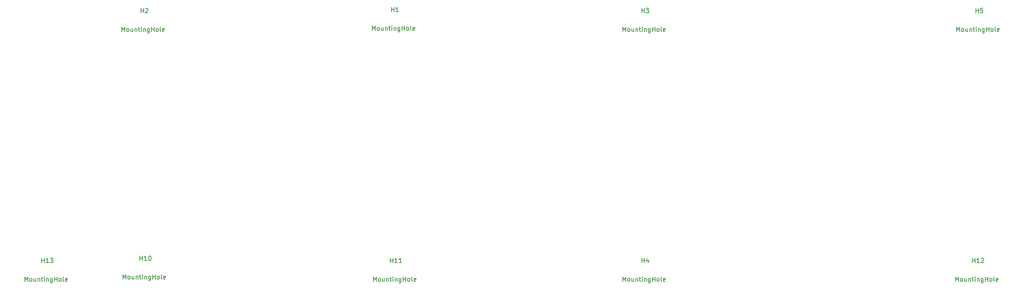
<source format=gbr>
%TF.GenerationSoftware,KiCad,Pcbnew,(5.1.6-0-10_14)*%
%TF.CreationDate,2021-04-03T15:30:38+02:00*%
%TF.ProjectId,Mech50-base,4d656368-3530-42d6-9261-73652e6b6963,rev?*%
%TF.SameCoordinates,Original*%
%TF.FileFunction,Other,Fab,Top*%
%FSLAX46Y46*%
G04 Gerber Fmt 4.6, Leading zero omitted, Abs format (unit mm)*
G04 Created by KiCad (PCBNEW (5.1.6-0-10_14)) date 2021-04-03 15:30:38*
%MOMM*%
%LPD*%
G01*
G04 APERTURE LIST*
%ADD10C,0.150000*%
G04 APERTURE END LIST*
%TO.C,H3*%
D10*
X206796285Y-75264380D02*
X206796285Y-74264380D01*
X207129619Y-74978666D01*
X207462952Y-74264380D01*
X207462952Y-75264380D01*
X208082000Y-75264380D02*
X207986761Y-75216761D01*
X207939142Y-75169142D01*
X207891523Y-75073904D01*
X207891523Y-74788190D01*
X207939142Y-74692952D01*
X207986761Y-74645333D01*
X208082000Y-74597714D01*
X208224857Y-74597714D01*
X208320095Y-74645333D01*
X208367714Y-74692952D01*
X208415333Y-74788190D01*
X208415333Y-75073904D01*
X208367714Y-75169142D01*
X208320095Y-75216761D01*
X208224857Y-75264380D01*
X208082000Y-75264380D01*
X209272476Y-74597714D02*
X209272476Y-75264380D01*
X208843904Y-74597714D02*
X208843904Y-75121523D01*
X208891523Y-75216761D01*
X208986761Y-75264380D01*
X209129619Y-75264380D01*
X209224857Y-75216761D01*
X209272476Y-75169142D01*
X209748666Y-74597714D02*
X209748666Y-75264380D01*
X209748666Y-74692952D02*
X209796285Y-74645333D01*
X209891523Y-74597714D01*
X210034380Y-74597714D01*
X210129619Y-74645333D01*
X210177238Y-74740571D01*
X210177238Y-75264380D01*
X210510571Y-74597714D02*
X210891523Y-74597714D01*
X210653428Y-74264380D02*
X210653428Y-75121523D01*
X210701047Y-75216761D01*
X210796285Y-75264380D01*
X210891523Y-75264380D01*
X211224857Y-75264380D02*
X211224857Y-74597714D01*
X211224857Y-74264380D02*
X211177238Y-74312000D01*
X211224857Y-74359619D01*
X211272476Y-74312000D01*
X211224857Y-74264380D01*
X211224857Y-74359619D01*
X211701047Y-74597714D02*
X211701047Y-75264380D01*
X211701047Y-74692952D02*
X211748666Y-74645333D01*
X211843904Y-74597714D01*
X211986761Y-74597714D01*
X212082000Y-74645333D01*
X212129619Y-74740571D01*
X212129619Y-75264380D01*
X213034380Y-74597714D02*
X213034380Y-75407238D01*
X212986761Y-75502476D01*
X212939142Y-75550095D01*
X212843904Y-75597714D01*
X212701047Y-75597714D01*
X212605809Y-75550095D01*
X213034380Y-75216761D02*
X212939142Y-75264380D01*
X212748666Y-75264380D01*
X212653428Y-75216761D01*
X212605809Y-75169142D01*
X212558190Y-75073904D01*
X212558190Y-74788190D01*
X212605809Y-74692952D01*
X212653428Y-74645333D01*
X212748666Y-74597714D01*
X212939142Y-74597714D01*
X213034380Y-74645333D01*
X213510571Y-75264380D02*
X213510571Y-74264380D01*
X213510571Y-74740571D02*
X214082000Y-74740571D01*
X214082000Y-75264380D02*
X214082000Y-74264380D01*
X214701047Y-75264380D02*
X214605809Y-75216761D01*
X214558190Y-75169142D01*
X214510571Y-75073904D01*
X214510571Y-74788190D01*
X214558190Y-74692952D01*
X214605809Y-74645333D01*
X214701047Y-74597714D01*
X214843904Y-74597714D01*
X214939142Y-74645333D01*
X214986761Y-74692952D01*
X215034380Y-74788190D01*
X215034380Y-75073904D01*
X214986761Y-75169142D01*
X214939142Y-75216761D01*
X214843904Y-75264380D01*
X214701047Y-75264380D01*
X215605809Y-75264380D02*
X215510571Y-75216761D01*
X215462952Y-75121523D01*
X215462952Y-74264380D01*
X216367714Y-75216761D02*
X216272476Y-75264380D01*
X216082000Y-75264380D01*
X215986761Y-75216761D01*
X215939142Y-75121523D01*
X215939142Y-74740571D01*
X215986761Y-74645333D01*
X216082000Y-74597714D01*
X216272476Y-74597714D01*
X216367714Y-74645333D01*
X216415333Y-74740571D01*
X216415333Y-74835809D01*
X215939142Y-74931047D01*
X211120095Y-71064380D02*
X211120095Y-70064380D01*
X211120095Y-70540571D02*
X211691523Y-70540571D01*
X211691523Y-71064380D02*
X211691523Y-70064380D01*
X212072476Y-70064380D02*
X212691523Y-70064380D01*
X212358190Y-70445333D01*
X212501047Y-70445333D01*
X212596285Y-70492952D01*
X212643904Y-70540571D01*
X212691523Y-70635809D01*
X212691523Y-70873904D01*
X212643904Y-70969142D01*
X212596285Y-71016761D01*
X212501047Y-71064380D01*
X212215333Y-71064380D01*
X212120095Y-71016761D01*
X212072476Y-70969142D01*
%TO.C,H13*%
X72176285Y-131652380D02*
X72176285Y-130652380D01*
X72509619Y-131366666D01*
X72842952Y-130652380D01*
X72842952Y-131652380D01*
X73462000Y-131652380D02*
X73366761Y-131604761D01*
X73319142Y-131557142D01*
X73271523Y-131461904D01*
X73271523Y-131176190D01*
X73319142Y-131080952D01*
X73366761Y-131033333D01*
X73462000Y-130985714D01*
X73604857Y-130985714D01*
X73700095Y-131033333D01*
X73747714Y-131080952D01*
X73795333Y-131176190D01*
X73795333Y-131461904D01*
X73747714Y-131557142D01*
X73700095Y-131604761D01*
X73604857Y-131652380D01*
X73462000Y-131652380D01*
X74652476Y-130985714D02*
X74652476Y-131652380D01*
X74223904Y-130985714D02*
X74223904Y-131509523D01*
X74271523Y-131604761D01*
X74366761Y-131652380D01*
X74509619Y-131652380D01*
X74604857Y-131604761D01*
X74652476Y-131557142D01*
X75128666Y-130985714D02*
X75128666Y-131652380D01*
X75128666Y-131080952D02*
X75176285Y-131033333D01*
X75271523Y-130985714D01*
X75414380Y-130985714D01*
X75509619Y-131033333D01*
X75557238Y-131128571D01*
X75557238Y-131652380D01*
X75890571Y-130985714D02*
X76271523Y-130985714D01*
X76033428Y-130652380D02*
X76033428Y-131509523D01*
X76081047Y-131604761D01*
X76176285Y-131652380D01*
X76271523Y-131652380D01*
X76604857Y-131652380D02*
X76604857Y-130985714D01*
X76604857Y-130652380D02*
X76557238Y-130700000D01*
X76604857Y-130747619D01*
X76652476Y-130700000D01*
X76604857Y-130652380D01*
X76604857Y-130747619D01*
X77081047Y-130985714D02*
X77081047Y-131652380D01*
X77081047Y-131080952D02*
X77128666Y-131033333D01*
X77223904Y-130985714D01*
X77366761Y-130985714D01*
X77462000Y-131033333D01*
X77509619Y-131128571D01*
X77509619Y-131652380D01*
X78414380Y-130985714D02*
X78414380Y-131795238D01*
X78366761Y-131890476D01*
X78319142Y-131938095D01*
X78223904Y-131985714D01*
X78081047Y-131985714D01*
X77985809Y-131938095D01*
X78414380Y-131604761D02*
X78319142Y-131652380D01*
X78128666Y-131652380D01*
X78033428Y-131604761D01*
X77985809Y-131557142D01*
X77938190Y-131461904D01*
X77938190Y-131176190D01*
X77985809Y-131080952D01*
X78033428Y-131033333D01*
X78128666Y-130985714D01*
X78319142Y-130985714D01*
X78414380Y-131033333D01*
X78890571Y-131652380D02*
X78890571Y-130652380D01*
X78890571Y-131128571D02*
X79462000Y-131128571D01*
X79462000Y-131652380D02*
X79462000Y-130652380D01*
X80081047Y-131652380D02*
X79985809Y-131604761D01*
X79938190Y-131557142D01*
X79890571Y-131461904D01*
X79890571Y-131176190D01*
X79938190Y-131080952D01*
X79985809Y-131033333D01*
X80081047Y-130985714D01*
X80223904Y-130985714D01*
X80319142Y-131033333D01*
X80366761Y-131080952D01*
X80414380Y-131176190D01*
X80414380Y-131461904D01*
X80366761Y-131557142D01*
X80319142Y-131604761D01*
X80223904Y-131652380D01*
X80081047Y-131652380D01*
X80985809Y-131652380D02*
X80890571Y-131604761D01*
X80842952Y-131509523D01*
X80842952Y-130652380D01*
X81747714Y-131604761D02*
X81652476Y-131652380D01*
X81462000Y-131652380D01*
X81366761Y-131604761D01*
X81319142Y-131509523D01*
X81319142Y-131128571D01*
X81366761Y-131033333D01*
X81462000Y-130985714D01*
X81652476Y-130985714D01*
X81747714Y-131033333D01*
X81795333Y-131128571D01*
X81795333Y-131223809D01*
X81319142Y-131319047D01*
X76023904Y-127452380D02*
X76023904Y-126452380D01*
X76023904Y-126928571D02*
X76595333Y-126928571D01*
X76595333Y-127452380D02*
X76595333Y-126452380D01*
X77595333Y-127452380D02*
X77023904Y-127452380D01*
X77309619Y-127452380D02*
X77309619Y-126452380D01*
X77214380Y-126595238D01*
X77119142Y-126690476D01*
X77023904Y-126738095D01*
X77928666Y-126452380D02*
X78547714Y-126452380D01*
X78214380Y-126833333D01*
X78357238Y-126833333D01*
X78452476Y-126880952D01*
X78500095Y-126928571D01*
X78547714Y-127023809D01*
X78547714Y-127261904D01*
X78500095Y-127357142D01*
X78452476Y-127404761D01*
X78357238Y-127452380D01*
X78071523Y-127452380D01*
X77976285Y-127404761D01*
X77928666Y-127357142D01*
%TO.C,H12*%
X281726285Y-131652380D02*
X281726285Y-130652380D01*
X282059619Y-131366666D01*
X282392952Y-130652380D01*
X282392952Y-131652380D01*
X283012000Y-131652380D02*
X282916761Y-131604761D01*
X282869142Y-131557142D01*
X282821523Y-131461904D01*
X282821523Y-131176190D01*
X282869142Y-131080952D01*
X282916761Y-131033333D01*
X283012000Y-130985714D01*
X283154857Y-130985714D01*
X283250095Y-131033333D01*
X283297714Y-131080952D01*
X283345333Y-131176190D01*
X283345333Y-131461904D01*
X283297714Y-131557142D01*
X283250095Y-131604761D01*
X283154857Y-131652380D01*
X283012000Y-131652380D01*
X284202476Y-130985714D02*
X284202476Y-131652380D01*
X283773904Y-130985714D02*
X283773904Y-131509523D01*
X283821523Y-131604761D01*
X283916761Y-131652380D01*
X284059619Y-131652380D01*
X284154857Y-131604761D01*
X284202476Y-131557142D01*
X284678666Y-130985714D02*
X284678666Y-131652380D01*
X284678666Y-131080952D02*
X284726285Y-131033333D01*
X284821523Y-130985714D01*
X284964380Y-130985714D01*
X285059619Y-131033333D01*
X285107238Y-131128571D01*
X285107238Y-131652380D01*
X285440571Y-130985714D02*
X285821523Y-130985714D01*
X285583428Y-130652380D02*
X285583428Y-131509523D01*
X285631047Y-131604761D01*
X285726285Y-131652380D01*
X285821523Y-131652380D01*
X286154857Y-131652380D02*
X286154857Y-130985714D01*
X286154857Y-130652380D02*
X286107238Y-130700000D01*
X286154857Y-130747619D01*
X286202476Y-130700000D01*
X286154857Y-130652380D01*
X286154857Y-130747619D01*
X286631047Y-130985714D02*
X286631047Y-131652380D01*
X286631047Y-131080952D02*
X286678666Y-131033333D01*
X286773904Y-130985714D01*
X286916761Y-130985714D01*
X287012000Y-131033333D01*
X287059619Y-131128571D01*
X287059619Y-131652380D01*
X287964380Y-130985714D02*
X287964380Y-131795238D01*
X287916761Y-131890476D01*
X287869142Y-131938095D01*
X287773904Y-131985714D01*
X287631047Y-131985714D01*
X287535809Y-131938095D01*
X287964380Y-131604761D02*
X287869142Y-131652380D01*
X287678666Y-131652380D01*
X287583428Y-131604761D01*
X287535809Y-131557142D01*
X287488190Y-131461904D01*
X287488190Y-131176190D01*
X287535809Y-131080952D01*
X287583428Y-131033333D01*
X287678666Y-130985714D01*
X287869142Y-130985714D01*
X287964380Y-131033333D01*
X288440571Y-131652380D02*
X288440571Y-130652380D01*
X288440571Y-131128571D02*
X289012000Y-131128571D01*
X289012000Y-131652380D02*
X289012000Y-130652380D01*
X289631047Y-131652380D02*
X289535809Y-131604761D01*
X289488190Y-131557142D01*
X289440571Y-131461904D01*
X289440571Y-131176190D01*
X289488190Y-131080952D01*
X289535809Y-131033333D01*
X289631047Y-130985714D01*
X289773904Y-130985714D01*
X289869142Y-131033333D01*
X289916761Y-131080952D01*
X289964380Y-131176190D01*
X289964380Y-131461904D01*
X289916761Y-131557142D01*
X289869142Y-131604761D01*
X289773904Y-131652380D01*
X289631047Y-131652380D01*
X290535809Y-131652380D02*
X290440571Y-131604761D01*
X290392952Y-131509523D01*
X290392952Y-130652380D01*
X291297714Y-131604761D02*
X291202476Y-131652380D01*
X291012000Y-131652380D01*
X290916761Y-131604761D01*
X290869142Y-131509523D01*
X290869142Y-131128571D01*
X290916761Y-131033333D01*
X291012000Y-130985714D01*
X291202476Y-130985714D01*
X291297714Y-131033333D01*
X291345333Y-131128571D01*
X291345333Y-131223809D01*
X290869142Y-131319047D01*
X285573904Y-127452380D02*
X285573904Y-126452380D01*
X285573904Y-126928571D02*
X286145333Y-126928571D01*
X286145333Y-127452380D02*
X286145333Y-126452380D01*
X287145333Y-127452380D02*
X286573904Y-127452380D01*
X286859619Y-127452380D02*
X286859619Y-126452380D01*
X286764380Y-126595238D01*
X286669142Y-126690476D01*
X286573904Y-126738095D01*
X287526285Y-126547619D02*
X287573904Y-126500000D01*
X287669142Y-126452380D01*
X287907238Y-126452380D01*
X288002476Y-126500000D01*
X288050095Y-126547619D01*
X288097714Y-126642857D01*
X288097714Y-126738095D01*
X288050095Y-126880952D01*
X287478666Y-127452380D01*
X288097714Y-127452380D01*
%TO.C,H5*%
X281980285Y-75264380D02*
X281980285Y-74264380D01*
X282313619Y-74978666D01*
X282646952Y-74264380D01*
X282646952Y-75264380D01*
X283266000Y-75264380D02*
X283170761Y-75216761D01*
X283123142Y-75169142D01*
X283075523Y-75073904D01*
X283075523Y-74788190D01*
X283123142Y-74692952D01*
X283170761Y-74645333D01*
X283266000Y-74597714D01*
X283408857Y-74597714D01*
X283504095Y-74645333D01*
X283551714Y-74692952D01*
X283599333Y-74788190D01*
X283599333Y-75073904D01*
X283551714Y-75169142D01*
X283504095Y-75216761D01*
X283408857Y-75264380D01*
X283266000Y-75264380D01*
X284456476Y-74597714D02*
X284456476Y-75264380D01*
X284027904Y-74597714D02*
X284027904Y-75121523D01*
X284075523Y-75216761D01*
X284170761Y-75264380D01*
X284313619Y-75264380D01*
X284408857Y-75216761D01*
X284456476Y-75169142D01*
X284932666Y-74597714D02*
X284932666Y-75264380D01*
X284932666Y-74692952D02*
X284980285Y-74645333D01*
X285075523Y-74597714D01*
X285218380Y-74597714D01*
X285313619Y-74645333D01*
X285361238Y-74740571D01*
X285361238Y-75264380D01*
X285694571Y-74597714D02*
X286075523Y-74597714D01*
X285837428Y-74264380D02*
X285837428Y-75121523D01*
X285885047Y-75216761D01*
X285980285Y-75264380D01*
X286075523Y-75264380D01*
X286408857Y-75264380D02*
X286408857Y-74597714D01*
X286408857Y-74264380D02*
X286361238Y-74312000D01*
X286408857Y-74359619D01*
X286456476Y-74312000D01*
X286408857Y-74264380D01*
X286408857Y-74359619D01*
X286885047Y-74597714D02*
X286885047Y-75264380D01*
X286885047Y-74692952D02*
X286932666Y-74645333D01*
X287027904Y-74597714D01*
X287170761Y-74597714D01*
X287266000Y-74645333D01*
X287313619Y-74740571D01*
X287313619Y-75264380D01*
X288218380Y-74597714D02*
X288218380Y-75407238D01*
X288170761Y-75502476D01*
X288123142Y-75550095D01*
X288027904Y-75597714D01*
X287885047Y-75597714D01*
X287789809Y-75550095D01*
X288218380Y-75216761D02*
X288123142Y-75264380D01*
X287932666Y-75264380D01*
X287837428Y-75216761D01*
X287789809Y-75169142D01*
X287742190Y-75073904D01*
X287742190Y-74788190D01*
X287789809Y-74692952D01*
X287837428Y-74645333D01*
X287932666Y-74597714D01*
X288123142Y-74597714D01*
X288218380Y-74645333D01*
X288694571Y-75264380D02*
X288694571Y-74264380D01*
X288694571Y-74740571D02*
X289266000Y-74740571D01*
X289266000Y-75264380D02*
X289266000Y-74264380D01*
X289885047Y-75264380D02*
X289789809Y-75216761D01*
X289742190Y-75169142D01*
X289694571Y-75073904D01*
X289694571Y-74788190D01*
X289742190Y-74692952D01*
X289789809Y-74645333D01*
X289885047Y-74597714D01*
X290027904Y-74597714D01*
X290123142Y-74645333D01*
X290170761Y-74692952D01*
X290218380Y-74788190D01*
X290218380Y-75073904D01*
X290170761Y-75169142D01*
X290123142Y-75216761D01*
X290027904Y-75264380D01*
X289885047Y-75264380D01*
X290789809Y-75264380D02*
X290694571Y-75216761D01*
X290646952Y-75121523D01*
X290646952Y-74264380D01*
X291551714Y-75216761D02*
X291456476Y-75264380D01*
X291266000Y-75264380D01*
X291170761Y-75216761D01*
X291123142Y-75121523D01*
X291123142Y-74740571D01*
X291170761Y-74645333D01*
X291266000Y-74597714D01*
X291456476Y-74597714D01*
X291551714Y-74645333D01*
X291599333Y-74740571D01*
X291599333Y-74835809D01*
X291123142Y-74931047D01*
X286304095Y-71064380D02*
X286304095Y-70064380D01*
X286304095Y-70540571D02*
X286875523Y-70540571D01*
X286875523Y-71064380D02*
X286875523Y-70064380D01*
X287827904Y-70064380D02*
X287351714Y-70064380D01*
X287304095Y-70540571D01*
X287351714Y-70492952D01*
X287446952Y-70445333D01*
X287685047Y-70445333D01*
X287780285Y-70492952D01*
X287827904Y-70540571D01*
X287875523Y-70635809D01*
X287875523Y-70873904D01*
X287827904Y-70969142D01*
X287780285Y-71016761D01*
X287685047Y-71064380D01*
X287446952Y-71064380D01*
X287351714Y-71016761D01*
X287304095Y-70969142D01*
%TO.C,H10*%
X94274285Y-131144380D02*
X94274285Y-130144380D01*
X94607619Y-130858666D01*
X94940952Y-130144380D01*
X94940952Y-131144380D01*
X95560000Y-131144380D02*
X95464761Y-131096761D01*
X95417142Y-131049142D01*
X95369523Y-130953904D01*
X95369523Y-130668190D01*
X95417142Y-130572952D01*
X95464761Y-130525333D01*
X95560000Y-130477714D01*
X95702857Y-130477714D01*
X95798095Y-130525333D01*
X95845714Y-130572952D01*
X95893333Y-130668190D01*
X95893333Y-130953904D01*
X95845714Y-131049142D01*
X95798095Y-131096761D01*
X95702857Y-131144380D01*
X95560000Y-131144380D01*
X96750476Y-130477714D02*
X96750476Y-131144380D01*
X96321904Y-130477714D02*
X96321904Y-131001523D01*
X96369523Y-131096761D01*
X96464761Y-131144380D01*
X96607619Y-131144380D01*
X96702857Y-131096761D01*
X96750476Y-131049142D01*
X97226666Y-130477714D02*
X97226666Y-131144380D01*
X97226666Y-130572952D02*
X97274285Y-130525333D01*
X97369523Y-130477714D01*
X97512380Y-130477714D01*
X97607619Y-130525333D01*
X97655238Y-130620571D01*
X97655238Y-131144380D01*
X97988571Y-130477714D02*
X98369523Y-130477714D01*
X98131428Y-130144380D02*
X98131428Y-131001523D01*
X98179047Y-131096761D01*
X98274285Y-131144380D01*
X98369523Y-131144380D01*
X98702857Y-131144380D02*
X98702857Y-130477714D01*
X98702857Y-130144380D02*
X98655238Y-130192000D01*
X98702857Y-130239619D01*
X98750476Y-130192000D01*
X98702857Y-130144380D01*
X98702857Y-130239619D01*
X99179047Y-130477714D02*
X99179047Y-131144380D01*
X99179047Y-130572952D02*
X99226666Y-130525333D01*
X99321904Y-130477714D01*
X99464761Y-130477714D01*
X99560000Y-130525333D01*
X99607619Y-130620571D01*
X99607619Y-131144380D01*
X100512380Y-130477714D02*
X100512380Y-131287238D01*
X100464761Y-131382476D01*
X100417142Y-131430095D01*
X100321904Y-131477714D01*
X100179047Y-131477714D01*
X100083809Y-131430095D01*
X100512380Y-131096761D02*
X100417142Y-131144380D01*
X100226666Y-131144380D01*
X100131428Y-131096761D01*
X100083809Y-131049142D01*
X100036190Y-130953904D01*
X100036190Y-130668190D01*
X100083809Y-130572952D01*
X100131428Y-130525333D01*
X100226666Y-130477714D01*
X100417142Y-130477714D01*
X100512380Y-130525333D01*
X100988571Y-131144380D02*
X100988571Y-130144380D01*
X100988571Y-130620571D02*
X101560000Y-130620571D01*
X101560000Y-131144380D02*
X101560000Y-130144380D01*
X102179047Y-131144380D02*
X102083809Y-131096761D01*
X102036190Y-131049142D01*
X101988571Y-130953904D01*
X101988571Y-130668190D01*
X102036190Y-130572952D01*
X102083809Y-130525333D01*
X102179047Y-130477714D01*
X102321904Y-130477714D01*
X102417142Y-130525333D01*
X102464761Y-130572952D01*
X102512380Y-130668190D01*
X102512380Y-130953904D01*
X102464761Y-131049142D01*
X102417142Y-131096761D01*
X102321904Y-131144380D01*
X102179047Y-131144380D01*
X103083809Y-131144380D02*
X102988571Y-131096761D01*
X102940952Y-131001523D01*
X102940952Y-130144380D01*
X103845714Y-131096761D02*
X103750476Y-131144380D01*
X103560000Y-131144380D01*
X103464761Y-131096761D01*
X103417142Y-131001523D01*
X103417142Y-130620571D01*
X103464761Y-130525333D01*
X103560000Y-130477714D01*
X103750476Y-130477714D01*
X103845714Y-130525333D01*
X103893333Y-130620571D01*
X103893333Y-130715809D01*
X103417142Y-130811047D01*
X98121904Y-126944380D02*
X98121904Y-125944380D01*
X98121904Y-126420571D02*
X98693333Y-126420571D01*
X98693333Y-126944380D02*
X98693333Y-125944380D01*
X99693333Y-126944380D02*
X99121904Y-126944380D01*
X99407619Y-126944380D02*
X99407619Y-125944380D01*
X99312380Y-126087238D01*
X99217142Y-126182476D01*
X99121904Y-126230095D01*
X100312380Y-125944380D02*
X100407619Y-125944380D01*
X100502857Y-125992000D01*
X100550476Y-126039619D01*
X100598095Y-126134857D01*
X100645714Y-126325333D01*
X100645714Y-126563428D01*
X100598095Y-126753904D01*
X100550476Y-126849142D01*
X100502857Y-126896761D01*
X100407619Y-126944380D01*
X100312380Y-126944380D01*
X100217142Y-126896761D01*
X100169523Y-126849142D01*
X100121904Y-126753904D01*
X100074285Y-126563428D01*
X100074285Y-126325333D01*
X100121904Y-126134857D01*
X100169523Y-126039619D01*
X100217142Y-125992000D01*
X100312380Y-125944380D01*
%TO.C,H4*%
X206796285Y-131652380D02*
X206796285Y-130652380D01*
X207129619Y-131366666D01*
X207462952Y-130652380D01*
X207462952Y-131652380D01*
X208082000Y-131652380D02*
X207986761Y-131604761D01*
X207939142Y-131557142D01*
X207891523Y-131461904D01*
X207891523Y-131176190D01*
X207939142Y-131080952D01*
X207986761Y-131033333D01*
X208082000Y-130985714D01*
X208224857Y-130985714D01*
X208320095Y-131033333D01*
X208367714Y-131080952D01*
X208415333Y-131176190D01*
X208415333Y-131461904D01*
X208367714Y-131557142D01*
X208320095Y-131604761D01*
X208224857Y-131652380D01*
X208082000Y-131652380D01*
X209272476Y-130985714D02*
X209272476Y-131652380D01*
X208843904Y-130985714D02*
X208843904Y-131509523D01*
X208891523Y-131604761D01*
X208986761Y-131652380D01*
X209129619Y-131652380D01*
X209224857Y-131604761D01*
X209272476Y-131557142D01*
X209748666Y-130985714D02*
X209748666Y-131652380D01*
X209748666Y-131080952D02*
X209796285Y-131033333D01*
X209891523Y-130985714D01*
X210034380Y-130985714D01*
X210129619Y-131033333D01*
X210177238Y-131128571D01*
X210177238Y-131652380D01*
X210510571Y-130985714D02*
X210891523Y-130985714D01*
X210653428Y-130652380D02*
X210653428Y-131509523D01*
X210701047Y-131604761D01*
X210796285Y-131652380D01*
X210891523Y-131652380D01*
X211224857Y-131652380D02*
X211224857Y-130985714D01*
X211224857Y-130652380D02*
X211177238Y-130700000D01*
X211224857Y-130747619D01*
X211272476Y-130700000D01*
X211224857Y-130652380D01*
X211224857Y-130747619D01*
X211701047Y-130985714D02*
X211701047Y-131652380D01*
X211701047Y-131080952D02*
X211748666Y-131033333D01*
X211843904Y-130985714D01*
X211986761Y-130985714D01*
X212082000Y-131033333D01*
X212129619Y-131128571D01*
X212129619Y-131652380D01*
X213034380Y-130985714D02*
X213034380Y-131795238D01*
X212986761Y-131890476D01*
X212939142Y-131938095D01*
X212843904Y-131985714D01*
X212701047Y-131985714D01*
X212605809Y-131938095D01*
X213034380Y-131604761D02*
X212939142Y-131652380D01*
X212748666Y-131652380D01*
X212653428Y-131604761D01*
X212605809Y-131557142D01*
X212558190Y-131461904D01*
X212558190Y-131176190D01*
X212605809Y-131080952D01*
X212653428Y-131033333D01*
X212748666Y-130985714D01*
X212939142Y-130985714D01*
X213034380Y-131033333D01*
X213510571Y-131652380D02*
X213510571Y-130652380D01*
X213510571Y-131128571D02*
X214082000Y-131128571D01*
X214082000Y-131652380D02*
X214082000Y-130652380D01*
X214701047Y-131652380D02*
X214605809Y-131604761D01*
X214558190Y-131557142D01*
X214510571Y-131461904D01*
X214510571Y-131176190D01*
X214558190Y-131080952D01*
X214605809Y-131033333D01*
X214701047Y-130985714D01*
X214843904Y-130985714D01*
X214939142Y-131033333D01*
X214986761Y-131080952D01*
X215034380Y-131176190D01*
X215034380Y-131461904D01*
X214986761Y-131557142D01*
X214939142Y-131604761D01*
X214843904Y-131652380D01*
X214701047Y-131652380D01*
X215605809Y-131652380D02*
X215510571Y-131604761D01*
X215462952Y-131509523D01*
X215462952Y-130652380D01*
X216367714Y-131604761D02*
X216272476Y-131652380D01*
X216082000Y-131652380D01*
X215986761Y-131604761D01*
X215939142Y-131509523D01*
X215939142Y-131128571D01*
X215986761Y-131033333D01*
X216082000Y-130985714D01*
X216272476Y-130985714D01*
X216367714Y-131033333D01*
X216415333Y-131128571D01*
X216415333Y-131223809D01*
X215939142Y-131319047D01*
X211120095Y-127452380D02*
X211120095Y-126452380D01*
X211120095Y-126928571D02*
X211691523Y-126928571D01*
X211691523Y-127452380D02*
X211691523Y-126452380D01*
X212596285Y-126785714D02*
X212596285Y-127452380D01*
X212358190Y-126404761D02*
X212120095Y-127119047D01*
X212739142Y-127119047D01*
%TO.C,H2*%
X94020285Y-75264380D02*
X94020285Y-74264380D01*
X94353619Y-74978666D01*
X94686952Y-74264380D01*
X94686952Y-75264380D01*
X95306000Y-75264380D02*
X95210761Y-75216761D01*
X95163142Y-75169142D01*
X95115523Y-75073904D01*
X95115523Y-74788190D01*
X95163142Y-74692952D01*
X95210761Y-74645333D01*
X95306000Y-74597714D01*
X95448857Y-74597714D01*
X95544095Y-74645333D01*
X95591714Y-74692952D01*
X95639333Y-74788190D01*
X95639333Y-75073904D01*
X95591714Y-75169142D01*
X95544095Y-75216761D01*
X95448857Y-75264380D01*
X95306000Y-75264380D01*
X96496476Y-74597714D02*
X96496476Y-75264380D01*
X96067904Y-74597714D02*
X96067904Y-75121523D01*
X96115523Y-75216761D01*
X96210761Y-75264380D01*
X96353619Y-75264380D01*
X96448857Y-75216761D01*
X96496476Y-75169142D01*
X96972666Y-74597714D02*
X96972666Y-75264380D01*
X96972666Y-74692952D02*
X97020285Y-74645333D01*
X97115523Y-74597714D01*
X97258380Y-74597714D01*
X97353619Y-74645333D01*
X97401238Y-74740571D01*
X97401238Y-75264380D01*
X97734571Y-74597714D02*
X98115523Y-74597714D01*
X97877428Y-74264380D02*
X97877428Y-75121523D01*
X97925047Y-75216761D01*
X98020285Y-75264380D01*
X98115523Y-75264380D01*
X98448857Y-75264380D02*
X98448857Y-74597714D01*
X98448857Y-74264380D02*
X98401238Y-74312000D01*
X98448857Y-74359619D01*
X98496476Y-74312000D01*
X98448857Y-74264380D01*
X98448857Y-74359619D01*
X98925047Y-74597714D02*
X98925047Y-75264380D01*
X98925047Y-74692952D02*
X98972666Y-74645333D01*
X99067904Y-74597714D01*
X99210761Y-74597714D01*
X99306000Y-74645333D01*
X99353619Y-74740571D01*
X99353619Y-75264380D01*
X100258380Y-74597714D02*
X100258380Y-75407238D01*
X100210761Y-75502476D01*
X100163142Y-75550095D01*
X100067904Y-75597714D01*
X99925047Y-75597714D01*
X99829809Y-75550095D01*
X100258380Y-75216761D02*
X100163142Y-75264380D01*
X99972666Y-75264380D01*
X99877428Y-75216761D01*
X99829809Y-75169142D01*
X99782190Y-75073904D01*
X99782190Y-74788190D01*
X99829809Y-74692952D01*
X99877428Y-74645333D01*
X99972666Y-74597714D01*
X100163142Y-74597714D01*
X100258380Y-74645333D01*
X100734571Y-75264380D02*
X100734571Y-74264380D01*
X100734571Y-74740571D02*
X101306000Y-74740571D01*
X101306000Y-75264380D02*
X101306000Y-74264380D01*
X101925047Y-75264380D02*
X101829809Y-75216761D01*
X101782190Y-75169142D01*
X101734571Y-75073904D01*
X101734571Y-74788190D01*
X101782190Y-74692952D01*
X101829809Y-74645333D01*
X101925047Y-74597714D01*
X102067904Y-74597714D01*
X102163142Y-74645333D01*
X102210761Y-74692952D01*
X102258380Y-74788190D01*
X102258380Y-75073904D01*
X102210761Y-75169142D01*
X102163142Y-75216761D01*
X102067904Y-75264380D01*
X101925047Y-75264380D01*
X102829809Y-75264380D02*
X102734571Y-75216761D01*
X102686952Y-75121523D01*
X102686952Y-74264380D01*
X103591714Y-75216761D02*
X103496476Y-75264380D01*
X103306000Y-75264380D01*
X103210761Y-75216761D01*
X103163142Y-75121523D01*
X103163142Y-74740571D01*
X103210761Y-74645333D01*
X103306000Y-74597714D01*
X103496476Y-74597714D01*
X103591714Y-74645333D01*
X103639333Y-74740571D01*
X103639333Y-74835809D01*
X103163142Y-74931047D01*
X98344095Y-71064380D02*
X98344095Y-70064380D01*
X98344095Y-70540571D02*
X98915523Y-70540571D01*
X98915523Y-71064380D02*
X98915523Y-70064380D01*
X99344095Y-70159619D02*
X99391714Y-70112000D01*
X99486952Y-70064380D01*
X99725047Y-70064380D01*
X99820285Y-70112000D01*
X99867904Y-70159619D01*
X99915523Y-70254857D01*
X99915523Y-70350095D01*
X99867904Y-70492952D01*
X99296476Y-71064380D01*
X99915523Y-71064380D01*
%TO.C,H1*%
X150408285Y-75010380D02*
X150408285Y-74010380D01*
X150741619Y-74724666D01*
X151074952Y-74010380D01*
X151074952Y-75010380D01*
X151694000Y-75010380D02*
X151598761Y-74962761D01*
X151551142Y-74915142D01*
X151503523Y-74819904D01*
X151503523Y-74534190D01*
X151551142Y-74438952D01*
X151598761Y-74391333D01*
X151694000Y-74343714D01*
X151836857Y-74343714D01*
X151932095Y-74391333D01*
X151979714Y-74438952D01*
X152027333Y-74534190D01*
X152027333Y-74819904D01*
X151979714Y-74915142D01*
X151932095Y-74962761D01*
X151836857Y-75010380D01*
X151694000Y-75010380D01*
X152884476Y-74343714D02*
X152884476Y-75010380D01*
X152455904Y-74343714D02*
X152455904Y-74867523D01*
X152503523Y-74962761D01*
X152598761Y-75010380D01*
X152741619Y-75010380D01*
X152836857Y-74962761D01*
X152884476Y-74915142D01*
X153360666Y-74343714D02*
X153360666Y-75010380D01*
X153360666Y-74438952D02*
X153408285Y-74391333D01*
X153503523Y-74343714D01*
X153646380Y-74343714D01*
X153741619Y-74391333D01*
X153789238Y-74486571D01*
X153789238Y-75010380D01*
X154122571Y-74343714D02*
X154503523Y-74343714D01*
X154265428Y-74010380D02*
X154265428Y-74867523D01*
X154313047Y-74962761D01*
X154408285Y-75010380D01*
X154503523Y-75010380D01*
X154836857Y-75010380D02*
X154836857Y-74343714D01*
X154836857Y-74010380D02*
X154789238Y-74058000D01*
X154836857Y-74105619D01*
X154884476Y-74058000D01*
X154836857Y-74010380D01*
X154836857Y-74105619D01*
X155313047Y-74343714D02*
X155313047Y-75010380D01*
X155313047Y-74438952D02*
X155360666Y-74391333D01*
X155455904Y-74343714D01*
X155598761Y-74343714D01*
X155694000Y-74391333D01*
X155741619Y-74486571D01*
X155741619Y-75010380D01*
X156646380Y-74343714D02*
X156646380Y-75153238D01*
X156598761Y-75248476D01*
X156551142Y-75296095D01*
X156455904Y-75343714D01*
X156313047Y-75343714D01*
X156217809Y-75296095D01*
X156646380Y-74962761D02*
X156551142Y-75010380D01*
X156360666Y-75010380D01*
X156265428Y-74962761D01*
X156217809Y-74915142D01*
X156170190Y-74819904D01*
X156170190Y-74534190D01*
X156217809Y-74438952D01*
X156265428Y-74391333D01*
X156360666Y-74343714D01*
X156551142Y-74343714D01*
X156646380Y-74391333D01*
X157122571Y-75010380D02*
X157122571Y-74010380D01*
X157122571Y-74486571D02*
X157694000Y-74486571D01*
X157694000Y-75010380D02*
X157694000Y-74010380D01*
X158313047Y-75010380D02*
X158217809Y-74962761D01*
X158170190Y-74915142D01*
X158122571Y-74819904D01*
X158122571Y-74534190D01*
X158170190Y-74438952D01*
X158217809Y-74391333D01*
X158313047Y-74343714D01*
X158455904Y-74343714D01*
X158551142Y-74391333D01*
X158598761Y-74438952D01*
X158646380Y-74534190D01*
X158646380Y-74819904D01*
X158598761Y-74915142D01*
X158551142Y-74962761D01*
X158455904Y-75010380D01*
X158313047Y-75010380D01*
X159217809Y-75010380D02*
X159122571Y-74962761D01*
X159074952Y-74867523D01*
X159074952Y-74010380D01*
X159979714Y-74962761D02*
X159884476Y-75010380D01*
X159694000Y-75010380D01*
X159598761Y-74962761D01*
X159551142Y-74867523D01*
X159551142Y-74486571D01*
X159598761Y-74391333D01*
X159694000Y-74343714D01*
X159884476Y-74343714D01*
X159979714Y-74391333D01*
X160027333Y-74486571D01*
X160027333Y-74581809D01*
X159551142Y-74677047D01*
X154732095Y-70810380D02*
X154732095Y-69810380D01*
X154732095Y-70286571D02*
X155303523Y-70286571D01*
X155303523Y-70810380D02*
X155303523Y-69810380D01*
X156303523Y-70810380D02*
X155732095Y-70810380D01*
X156017809Y-70810380D02*
X156017809Y-69810380D01*
X155922571Y-69953238D01*
X155827333Y-70048476D01*
X155732095Y-70096095D01*
%TO.C,H11*%
X150662285Y-131652380D02*
X150662285Y-130652380D01*
X150995619Y-131366666D01*
X151328952Y-130652380D01*
X151328952Y-131652380D01*
X151948000Y-131652380D02*
X151852761Y-131604761D01*
X151805142Y-131557142D01*
X151757523Y-131461904D01*
X151757523Y-131176190D01*
X151805142Y-131080952D01*
X151852761Y-131033333D01*
X151948000Y-130985714D01*
X152090857Y-130985714D01*
X152186095Y-131033333D01*
X152233714Y-131080952D01*
X152281333Y-131176190D01*
X152281333Y-131461904D01*
X152233714Y-131557142D01*
X152186095Y-131604761D01*
X152090857Y-131652380D01*
X151948000Y-131652380D01*
X153138476Y-130985714D02*
X153138476Y-131652380D01*
X152709904Y-130985714D02*
X152709904Y-131509523D01*
X152757523Y-131604761D01*
X152852761Y-131652380D01*
X152995619Y-131652380D01*
X153090857Y-131604761D01*
X153138476Y-131557142D01*
X153614666Y-130985714D02*
X153614666Y-131652380D01*
X153614666Y-131080952D02*
X153662285Y-131033333D01*
X153757523Y-130985714D01*
X153900380Y-130985714D01*
X153995619Y-131033333D01*
X154043238Y-131128571D01*
X154043238Y-131652380D01*
X154376571Y-130985714D02*
X154757523Y-130985714D01*
X154519428Y-130652380D02*
X154519428Y-131509523D01*
X154567047Y-131604761D01*
X154662285Y-131652380D01*
X154757523Y-131652380D01*
X155090857Y-131652380D02*
X155090857Y-130985714D01*
X155090857Y-130652380D02*
X155043238Y-130700000D01*
X155090857Y-130747619D01*
X155138476Y-130700000D01*
X155090857Y-130652380D01*
X155090857Y-130747619D01*
X155567047Y-130985714D02*
X155567047Y-131652380D01*
X155567047Y-131080952D02*
X155614666Y-131033333D01*
X155709904Y-130985714D01*
X155852761Y-130985714D01*
X155948000Y-131033333D01*
X155995619Y-131128571D01*
X155995619Y-131652380D01*
X156900380Y-130985714D02*
X156900380Y-131795238D01*
X156852761Y-131890476D01*
X156805142Y-131938095D01*
X156709904Y-131985714D01*
X156567047Y-131985714D01*
X156471809Y-131938095D01*
X156900380Y-131604761D02*
X156805142Y-131652380D01*
X156614666Y-131652380D01*
X156519428Y-131604761D01*
X156471809Y-131557142D01*
X156424190Y-131461904D01*
X156424190Y-131176190D01*
X156471809Y-131080952D01*
X156519428Y-131033333D01*
X156614666Y-130985714D01*
X156805142Y-130985714D01*
X156900380Y-131033333D01*
X157376571Y-131652380D02*
X157376571Y-130652380D01*
X157376571Y-131128571D02*
X157948000Y-131128571D01*
X157948000Y-131652380D02*
X157948000Y-130652380D01*
X158567047Y-131652380D02*
X158471809Y-131604761D01*
X158424190Y-131557142D01*
X158376571Y-131461904D01*
X158376571Y-131176190D01*
X158424190Y-131080952D01*
X158471809Y-131033333D01*
X158567047Y-130985714D01*
X158709904Y-130985714D01*
X158805142Y-131033333D01*
X158852761Y-131080952D01*
X158900380Y-131176190D01*
X158900380Y-131461904D01*
X158852761Y-131557142D01*
X158805142Y-131604761D01*
X158709904Y-131652380D01*
X158567047Y-131652380D01*
X159471809Y-131652380D02*
X159376571Y-131604761D01*
X159328952Y-131509523D01*
X159328952Y-130652380D01*
X160233714Y-131604761D02*
X160138476Y-131652380D01*
X159948000Y-131652380D01*
X159852761Y-131604761D01*
X159805142Y-131509523D01*
X159805142Y-131128571D01*
X159852761Y-131033333D01*
X159948000Y-130985714D01*
X160138476Y-130985714D01*
X160233714Y-131033333D01*
X160281333Y-131128571D01*
X160281333Y-131223809D01*
X159805142Y-131319047D01*
X154509904Y-127452380D02*
X154509904Y-126452380D01*
X154509904Y-126928571D02*
X155081333Y-126928571D01*
X155081333Y-127452380D02*
X155081333Y-126452380D01*
X156081333Y-127452380D02*
X155509904Y-127452380D01*
X155795619Y-127452380D02*
X155795619Y-126452380D01*
X155700380Y-126595238D01*
X155605142Y-126690476D01*
X155509904Y-126738095D01*
X157033714Y-127452380D02*
X156462285Y-127452380D01*
X156748000Y-127452380D02*
X156748000Y-126452380D01*
X156652761Y-126595238D01*
X156557523Y-126690476D01*
X156462285Y-126738095D01*
%TD*%
M02*

</source>
